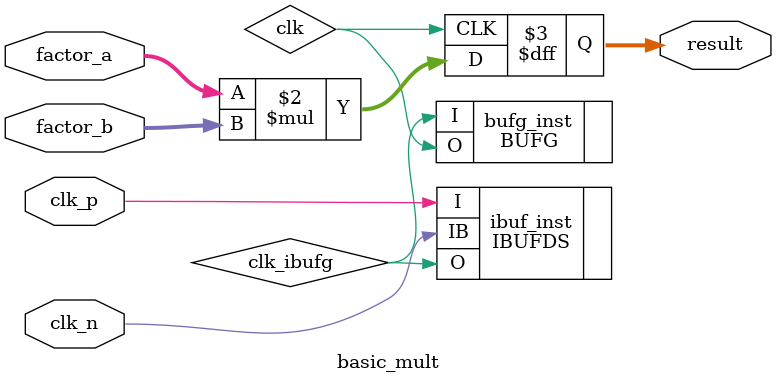
<source format=v>
`default_nettype none   //do not allow undeclared wires

`define SYNC

(* USE_DSP = "true" *)
module basic_mult (
    input  wire clk_p,
    input  wire clk_n,
    input  wire [7:0] factor_a,
    input  wire [7:0] factor_b,
`ifdef SYNC
    output reg [17:0] result
`else
    output wire [17:0] result
`endif
    );

    wire clk_ibufg;
    wire clk;

    IBUFDS ibuf_inst (.I(clk_p), .IB(clk_n), .O(clk_ibufg));
    BUFG   bufg_inst (.I(clk_ibufg), .O(clk));

`ifdef SYNC
    (* LOC = "DSP48_X9Y205" *)
    always @(posedge clk) result <= factor_a * factor_b;
`else
    `ifndef YOSYS (* LOC = "DSP48_X9Y205" *) `endif
    assign result = factor_a * factor_b;
`endif

endmodule

</source>
